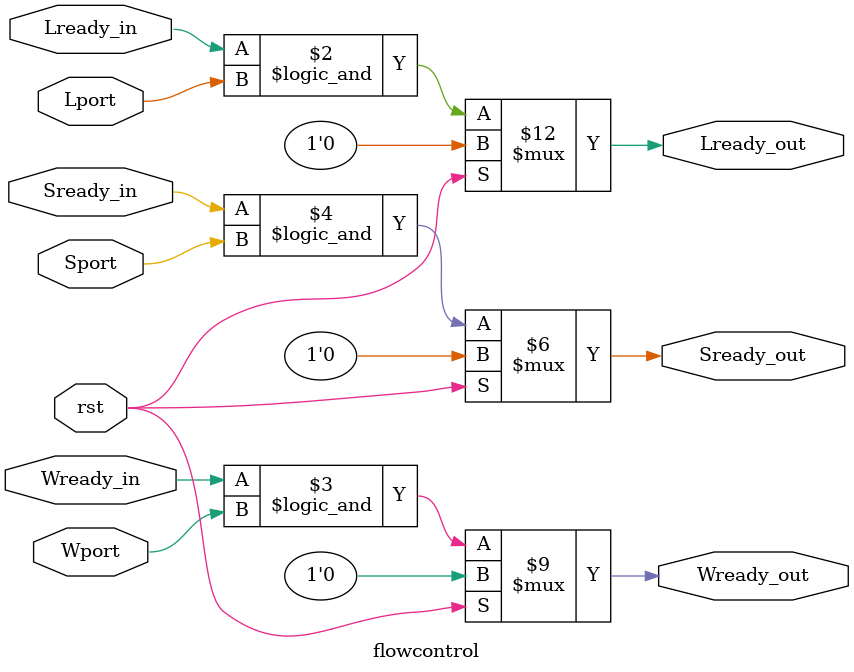
<source format=v>
/********************
* Filename:     flowcontrol.v
* Description:  Flow control mechanism is established between the INPUT and OUTPUT FIFO so that input FIFO does not receive any further data 
                for the particular output direction if it is not ready to accept data
*
* $Revision: 38 $
* $Id: flowcontrol.v 38 2016-02-20 17:24:53Z ranga $
* $Date: 2016-02-20 19:24:53 +0200 (Sat, 20 Feb 2016) $
* $Author: ranga $
*********************/

module flowcontrol(rst, 
                    Wport, Sport, Lport, 
                    Lready_in, Wready_in, Sready_in, 
                    Lready_out, Wready_out, Sready_out
                  );
  
  input       rst;
  input       Wport, Sport, Lport;
  input       Lready_in, Wready_in, Sready_in;
  
  output reg  Lready_out, Wready_out, Sready_out;                // Ready signal sent from LBDR to Arbiter
    
  // Ready_out is asserted whenever the selected output port and the corresponding output FIFO is also ready enough
  always @(rst, Lready_in, Wready_in, Sready_in, Lport, Wport, Sport, Lready_out, Wready_out, Sready_out) begin
    if (rst) begin
      Lready_out <= 1'b0;
      Wready_out <= 1'b0;
      Sready_out <= 1'b0;
    end
    else begin
      Lready_out <= Lready_in && Lport;
      Wready_out <= Wready_in && Wport;
      Sready_out <= Sready_in && Sport;
    end
  end
  
endmodule
</source>
